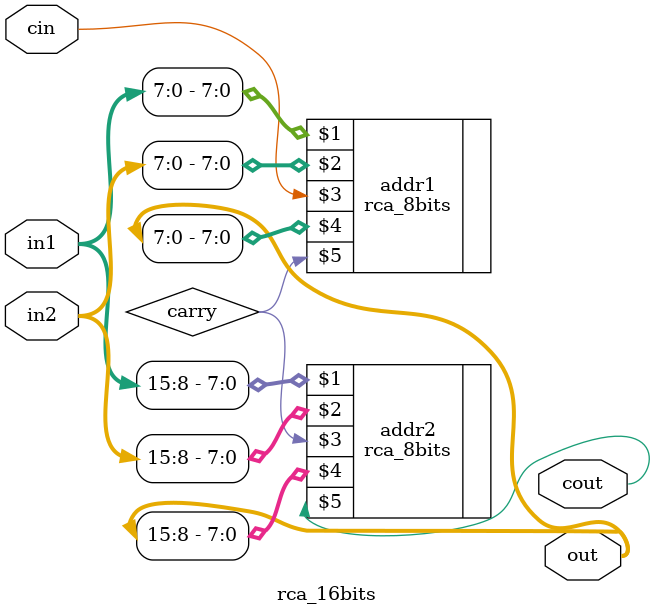
<source format=v>
`timescale 1ns / 1ps
module rca_16bits(input[15:0] in1, input[15:0] in2, input cin, output[15:0] out, output cout);
	wire carry;
	rca_8bits addr1(in1[7:0],in2[7:0],cin,out[7:0],carry);
	rca_8bits addr2(in1[15:8],in2[15:8],carry,out[15:8],cout);
endmodule

</source>
